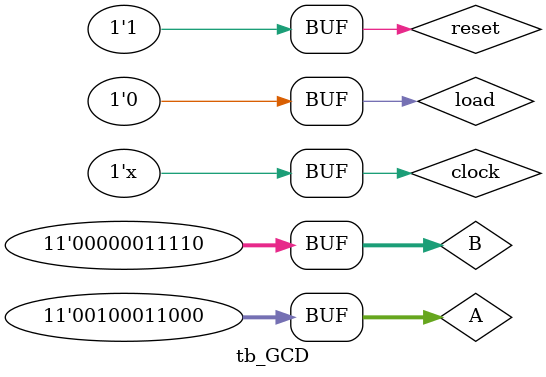
<source format=v>
module tb_GCD();
parameter width=11;
reg clock,reset,load;
reg[width-1:0] A,B;
wire done;
wire[width-1:0] Y;
GCD GCD_U0(clock,reset,load,A,B,done,Y);

always #50 clock = ~clock;

initial begin
clock=1'b1;
reset=1'b0;
load=1'b0;
A=11'd280;
B=11'd30;
#150 reset = 1'b1;
#100 load = 1'b1;
#200 load = 1'b0;
end 
endmodule 
</source>
